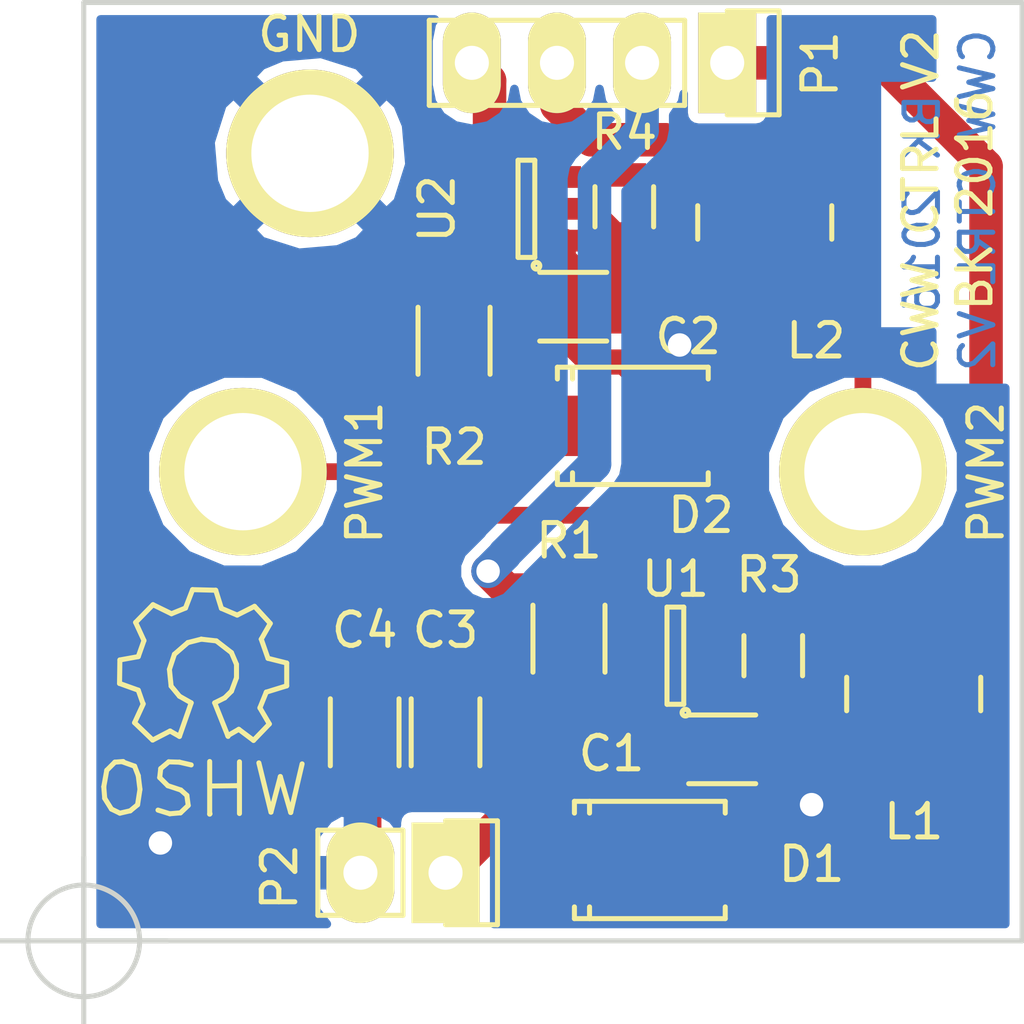
<source format=kicad_pcb>
(kicad_pcb (version 4) (host pcbnew 4.0.2-stable)

  (general
    (links 33)
    (no_connects 0)
    (area 139.924999 61.924999 168.075001 90.075001)
    (thickness 1.6)
    (drawings 8)
    (tracks 110)
    (zones 0)
    (modules 20)
    (nets 11)
  )

  (page A4)
  (layers
    (0 F.Cu signal)
    (31 B.Cu signal)
    (32 B.Adhes user)
    (33 F.Adhes user)
    (34 B.Paste user)
    (35 F.Paste user)
    (36 B.SilkS user)
    (37 F.SilkS user)
    (38 B.Mask user)
    (39 F.Mask user)
    (40 Dwgs.User user)
    (41 Cmts.User user)
    (42 Eco1.User user)
    (43 Eco2.User user)
    (44 Edge.Cuts user)
    (45 Margin user)
    (46 B.CrtYd user)
    (47 F.CrtYd user)
    (48 B.Fab user)
    (49 F.Fab user)
  )

  (setup
    (last_trace_width 0.25)
    (trace_clearance 0.2)
    (zone_clearance 0.3)
    (zone_45_only no)
    (trace_min 0.2)
    (segment_width 0.2)
    (edge_width 0.15)
    (via_size 0.6)
    (via_drill 0.4)
    (via_min_size 0.4)
    (via_min_drill 0.3)
    (uvia_size 0.3)
    (uvia_drill 0.1)
    (uvias_allowed no)
    (uvia_min_size 0.2)
    (uvia_min_drill 0.1)
    (pcb_text_width 0.3)
    (pcb_text_size 1.5 1.5)
    (mod_edge_width 0.15)
    (mod_text_size 1 1)
    (mod_text_width 0.15)
    (pad_size 3 1.7272)
    (pad_drill 1.016)
    (pad_to_mask_clearance 0)
    (aux_axis_origin 140 90)
    (grid_origin 140 90)
    (visible_elements 7FFEFF7F)
    (pcbplotparams
      (layerselection 0x000e8_80000001)
      (usegerberextensions false)
      (excludeedgelayer true)
      (linewidth 0.100000)
      (plotframeref false)
      (viasonmask false)
      (mode 1)
      (useauxorigin false)
      (hpglpennumber 1)
      (hpglpenspeed 20)
      (hpglpendiameter 15)
      (hpglpenoverlay 2)
      (psnegative false)
      (psa4output false)
      (plotreference true)
      (plotvalue false)
      (plotinvisibletext false)
      (padsonsilk false)
      (subtractmaskfromsilk false)
      (outputformat 1)
      (mirror false)
      (drillshape 0)
      (scaleselection 1)
      (outputdirectory Gerber/))
  )

  (net 0 "")
  (net 1 GND)
  (net 2 /VIN)
  (net 3 "Net-(D1-Pad2)")
  (net 4 "Net-(D2-Pad2)")
  (net 5 /OUT1_N)
  (net 6 /OUT1_P)
  (net 7 "Net-(R3-Pad1)")
  (net 8 "Net-(R4-Pad1)")
  (net 9 /OUT2_N)
  (net 10 /OUT2_P)

  (net_class Default "This is the default net class."
    (clearance 0.2)
    (trace_width 0.25)
    (via_dia 0.6)
    (via_drill 0.4)
    (uvia_dia 0.3)
    (uvia_drill 0.1)
    (add_net /OUT1_N)
    (add_net /OUT1_P)
    (add_net /OUT2_N)
    (add_net /OUT2_P)
    (add_net /VIN)
    (add_net GND)
    (add_net "Net-(D1-Pad2)")
    (add_net "Net-(D2-Pad2)")
    (add_net "Net-(R3-Pad1)")
    (add_net "Net-(R4-Pad1)")
  )

  (module BK_Common:IND_SMD_CD43 (layer F.Cu) (tedit 56DE70BF) (tstamp 56E19F65)
    (at 160.32 68.563 270)
    (path /56E199D5)
    (attr smd)
    (fp_text reference L2 (at 3.53 -1.524 360) (layer F.SilkS)
      (effects (font (size 1 1) (thickness 0.15)))
    )
    (fp_text value 47uH (at -0.153 -3.175 270) (layer F.Fab)
      (effects (font (size 1 1) (thickness 0.15)))
    )
    (fp_line (start -0.5 2) (end 0.5 2) (layer F.SilkS) (width 0.15))
    (fp_line (start -0.5 -2) (end 0.5 -2) (layer F.SilkS) (width 0.15))
    (pad 1 smd rect (at -1.625 0 270) (size 1.75 4.5) (layers F.Cu F.Paste F.Mask)
      (net 9 /OUT2_N))
    (pad 2 smd rect (at 1.625 0 270) (size 1.75 4.5) (layers F.Cu F.Paste F.Mask)
      (net 4 "Net-(D2-Pad2)"))
  )

  (module IND_SMD_CD43 (layer F.Cu) (tedit 56DE70BF) (tstamp 56E19F5D)
    (at 164.765 82.634 270)
    (path /56E1A9F0)
    (attr smd)
    (fp_text reference L1 (at 3.81 0 360) (layer F.SilkS)
      (effects (font (size 1 1) (thickness 0.15)))
    )
    (fp_text value 47uH (at -3.175 -1.016 360) (layer F.Fab)
      (effects (font (size 1 1) (thickness 0.15)))
    )
    (fp_line (start -0.5 2) (end 0.5 2) (layer F.SilkS) (width 0.15))
    (fp_line (start -0.5 -2) (end 0.5 -2) (layer F.SilkS) (width 0.15))
    (pad 1 smd rect (at -1.625 0 270) (size 1.75 4.5) (layers F.Cu F.Paste F.Mask)
      (net 5 /OUT1_N))
    (pad 2 smd rect (at 1.625 0 270) (size 1.75 4.5) (layers F.Cu F.Paste F.Mask)
      (net 3 "Net-(D1-Pad2)"))
  )

  (module Capacitors_SMD:C_1206 (layer F.Cu) (tedit 5415D7BD) (tstamp 56E19EF9)
    (at 159.05 84.285)
    (descr "Capacitor SMD 1206, reflow soldering, AVX (see smccp.pdf)")
    (tags "capacitor 1206")
    (path /56E1A9EA)
    (attr smd)
    (fp_text reference C1 (at -3.302 0.127 180) (layer F.SilkS)
      (effects (font (size 1 1) (thickness 0.15)))
    )
    (fp_text value "10uF 50V" (at 5.08 4.699) (layer F.Fab)
      (effects (font (size 1 1) (thickness 0.15)))
    )
    (fp_line (start -2.3 -1.15) (end 2.3 -1.15) (layer F.CrtYd) (width 0.05))
    (fp_line (start -2.3 1.15) (end 2.3 1.15) (layer F.CrtYd) (width 0.05))
    (fp_line (start -2.3 -1.15) (end -2.3 1.15) (layer F.CrtYd) (width 0.05))
    (fp_line (start 2.3 -1.15) (end 2.3 1.15) (layer F.CrtYd) (width 0.05))
    (fp_line (start 1 -1.025) (end -1 -1.025) (layer F.SilkS) (width 0.15))
    (fp_line (start -1 1.025) (end 1 1.025) (layer F.SilkS) (width 0.15))
    (pad 1 smd rect (at -1.5 0) (size 1 1.6) (layers F.Cu F.Paste F.Mask)
      (net 2 /VIN))
    (pad 2 smd rect (at 1.5 0) (size 1 1.6) (layers F.Cu F.Paste F.Mask)
      (net 1 GND))
    (model Capacitors_SMD.3dshapes/C_1206.wrl
      (at (xyz 0 0 0))
      (scale (xyz 1 1 1))
      (rotate (xyz 0 0 0))
    )
  )

  (module Capacitors_SMD:C_1206 (layer F.Cu) (tedit 5415D7BD) (tstamp 56E19F05)
    (at 154.605 71.077)
    (descr "Capacitor SMD 1206, reflow soldering, AVX (see smccp.pdf)")
    (tags "capacitor 1206")
    (path /56E19974)
    (attr smd)
    (fp_text reference C2 (at 3.429 0.889) (layer F.SilkS)
      (effects (font (size 1 1) (thickness 0.15)))
    )
    (fp_text value "10uF 50V" (at 1.778 1.778) (layer F.Fab)
      (effects (font (size 1 1) (thickness 0.15)))
    )
    (fp_line (start -2.3 -1.15) (end 2.3 -1.15) (layer F.CrtYd) (width 0.05))
    (fp_line (start -2.3 1.15) (end 2.3 1.15) (layer F.CrtYd) (width 0.05))
    (fp_line (start -2.3 -1.15) (end -2.3 1.15) (layer F.CrtYd) (width 0.05))
    (fp_line (start 2.3 -1.15) (end 2.3 1.15) (layer F.CrtYd) (width 0.05))
    (fp_line (start 1 -1.025) (end -1 -1.025) (layer F.SilkS) (width 0.15))
    (fp_line (start -1 1.025) (end 1 1.025) (layer F.SilkS) (width 0.15))
    (pad 1 smd rect (at -1.5 0) (size 1 1.6) (layers F.Cu F.Paste F.Mask)
      (net 2 /VIN))
    (pad 2 smd rect (at 1.5 0) (size 1 1.6) (layers F.Cu F.Paste F.Mask)
      (net 1 GND))
    (model Capacitors_SMD.3dshapes/C_1206.wrl
      (at (xyz 0 0 0))
      (scale (xyz 1 1 1))
      (rotate (xyz 0 0 0))
    )
  )

  (module Capacitors_SMD:C_1206 (layer F.Cu) (tedit 56E52CC3) (tstamp 56E19F11)
    (at 150.795 83.777 270)
    (descr "Capacitor SMD 1206, reflow soldering, AVX (see smccp.pdf)")
    (tags "capacitor 1206")
    (path /56E1A3D7)
    (attr smd)
    (fp_text reference C3 (at -3.048 0 360) (layer F.SilkS)
      (effects (font (size 1 1) (thickness 0.15)))
    )
    (fp_text value 10uF (at 1.524 -2.159 270) (layer F.Fab)
      (effects (font (size 1 1) (thickness 0.15)))
    )
    (fp_line (start -2.3 -1.15) (end 2.3 -1.15) (layer F.CrtYd) (width 0.05))
    (fp_line (start -2.3 1.15) (end 2.3 1.15) (layer F.CrtYd) (width 0.05))
    (fp_line (start -2.3 -1.15) (end -2.3 1.15) (layer F.CrtYd) (width 0.05))
    (fp_line (start 2.3 -1.15) (end 2.3 1.15) (layer F.CrtYd) (width 0.05))
    (fp_line (start 1 -1.025) (end -1 -1.025) (layer F.SilkS) (width 0.15))
    (fp_line (start -1 1.025) (end 1 1.025) (layer F.SilkS) (width 0.15))
    (pad 1 smd rect (at -1.5 0 270) (size 1 1.6) (layers F.Cu F.Paste F.Mask)
      (net 2 /VIN))
    (pad 2 smd rect (at 1.5 0 270) (size 1 1.6) (layers F.Cu F.Paste F.Mask)
      (net 1 GND))
    (model Capacitors_SMD.3dshapes/C_1206.wrl
      (at (xyz 0 0 0))
      (scale (xyz 1 1 1))
      (rotate (xyz 0 0 0))
    )
  )

  (module Capacitors_SMD:C_1206 (layer F.Cu) (tedit 56E52CCE) (tstamp 56E19F1D)
    (at 148.382 83.777 270)
    (descr "Capacitor SMD 1206, reflow soldering, AVX (see smccp.pdf)")
    (tags "capacitor 1206")
    (path /56E1A420)
    (attr smd)
    (fp_text reference C4 (at -3.048 0 360) (layer F.SilkS)
      (effects (font (size 1 1) (thickness 0.15)))
    )
    (fp_text value 10uF (at -0.254 1.778 270) (layer F.Fab)
      (effects (font (size 1 1) (thickness 0.15)))
    )
    (fp_line (start -2.3 -1.15) (end 2.3 -1.15) (layer F.CrtYd) (width 0.05))
    (fp_line (start -2.3 1.15) (end 2.3 1.15) (layer F.CrtYd) (width 0.05))
    (fp_line (start -2.3 -1.15) (end -2.3 1.15) (layer F.CrtYd) (width 0.05))
    (fp_line (start 2.3 -1.15) (end 2.3 1.15) (layer F.CrtYd) (width 0.05))
    (fp_line (start 1 -1.025) (end -1 -1.025) (layer F.SilkS) (width 0.15))
    (fp_line (start -1 1.025) (end 1 1.025) (layer F.SilkS) (width 0.15))
    (pad 1 smd rect (at -1.5 0 270) (size 1 1.6) (layers F.Cu F.Paste F.Mask)
      (net 2 /VIN))
    (pad 2 smd rect (at 1.5 0 270) (size 1 1.6) (layers F.Cu F.Paste F.Mask)
      (net 1 GND))
    (model Capacitors_SMD.3dshapes/C_1206.wrl
      (at (xyz 0 0 0))
      (scale (xyz 1 1 1))
      (rotate (xyz 0 0 0))
    )
  )

  (module Pin_Headers:Pin_Header_Straight_1x04 (layer F.Cu) (tedit 56E53153) (tstamp 56E19F78)
    (at 159.2 63.8 270)
    (descr "Through hole pin header")
    (tags "pin header")
    (path /56E1AB3A)
    (fp_text reference P1 (at 0.038 -2.771 270) (layer F.SilkS)
      (effects (font (size 1 1) (thickness 0.15)))
    )
    (fp_text value CONN_01X04 (at 0 -3.1 270) (layer F.Fab) hide
      (effects (font (size 1 1) (thickness 0.15)))
    )
    (fp_line (start -1.75 -1.75) (end -1.75 9.4) (layer F.CrtYd) (width 0.05))
    (fp_line (start 1.75 -1.75) (end 1.75 9.4) (layer F.CrtYd) (width 0.05))
    (fp_line (start -1.75 -1.75) (end 1.75 -1.75) (layer F.CrtYd) (width 0.05))
    (fp_line (start -1.75 9.4) (end 1.75 9.4) (layer F.CrtYd) (width 0.05))
    (fp_line (start -1.27 1.27) (end -1.27 8.89) (layer F.SilkS) (width 0.15))
    (fp_line (start 1.27 1.27) (end 1.27 8.89) (layer F.SilkS) (width 0.15))
    (fp_line (start 1.55 -1.55) (end 1.55 0) (layer F.SilkS) (width 0.15))
    (fp_line (start -1.27 8.89) (end 1.27 8.89) (layer F.SilkS) (width 0.15))
    (fp_line (start 1.27 1.27) (end -1.27 1.27) (layer F.SilkS) (width 0.15))
    (fp_line (start -1.55 0) (end -1.55 -1.55) (layer F.SilkS) (width 0.15))
    (fp_line (start -1.55 -1.55) (end 1.55 -1.55) (layer F.SilkS) (width 0.15))
    (pad 1 thru_hole rect (at 0 0 270) (size 3 1.7272) (drill 1.016) (layers *.Cu *.Mask F.SilkS)
      (net 5 /OUT1_N))
    (pad 2 thru_hole oval (at 0 2.54 270) (size 3 1.7272) (drill 1.016) (layers *.Cu *.Mask F.SilkS)
      (net 6 /OUT1_P))
    (pad 3 thru_hole oval (at 0 5.08 270) (size 3 1.7272) (drill 1.016) (layers *.Cu *.Mask F.SilkS)
      (net 9 /OUT2_N))
    (pad 4 thru_hole oval (at 0 7.62 270) (size 3 1.7272) (drill 1.016) (layers *.Cu *.Mask F.SilkS)
      (net 10 /OUT2_P))
    (model Pin_Headers.3dshapes/Pin_Header_Straight_1x04.wrl
      (at (xyz 0 -0.15 0))
      (scale (xyz 1 1 1))
      (rotate (xyz 0 0 90))
    )
  )

  (module Pin_Headers:Pin_Header_Straight_1x02 (layer F.Cu) (tedit 56E530F1) (tstamp 56E19F89)
    (at 150.795 87.968 270)
    (descr "Through hole pin header")
    (tags "pin header")
    (path /56E1AAAD)
    (fp_text reference P2 (at 0.127 4.953 270) (layer F.SilkS)
      (effects (font (size 1 1) (thickness 0.15)))
    )
    (fp_text value CONN_01X02 (at 0 -3.1 270) (layer F.Fab) hide
      (effects (font (size 1 1) (thickness 0.15)))
    )
    (fp_line (start 1.27 1.27) (end 1.27 3.81) (layer F.SilkS) (width 0.15))
    (fp_line (start 1.55 -1.55) (end 1.55 0) (layer F.SilkS) (width 0.15))
    (fp_line (start -1.75 -1.75) (end -1.75 4.3) (layer F.CrtYd) (width 0.05))
    (fp_line (start 1.75 -1.75) (end 1.75 4.3) (layer F.CrtYd) (width 0.05))
    (fp_line (start -1.75 -1.75) (end 1.75 -1.75) (layer F.CrtYd) (width 0.05))
    (fp_line (start -1.75 4.3) (end 1.75 4.3) (layer F.CrtYd) (width 0.05))
    (fp_line (start 1.27 1.27) (end -1.27 1.27) (layer F.SilkS) (width 0.15))
    (fp_line (start -1.55 0) (end -1.55 -1.55) (layer F.SilkS) (width 0.15))
    (fp_line (start -1.55 -1.55) (end 1.55 -1.55) (layer F.SilkS) (width 0.15))
    (fp_line (start -1.27 1.27) (end -1.27 3.81) (layer F.SilkS) (width 0.15))
    (fp_line (start -1.27 3.81) (end 1.27 3.81) (layer F.SilkS) (width 0.15))
    (pad 1 thru_hole rect (at 0 0 270) (size 3 2.032) (drill 1.016) (layers *.Cu *.Mask F.SilkS)
      (net 2 /VIN))
    (pad 2 thru_hole oval (at 0 2.54 270) (size 3 2.032) (drill 1.016) (layers *.Cu *.Mask F.SilkS)
      (net 1 GND))
    (model Pin_Headers.3dshapes/Pin_Header_Straight_1x02.wrl
      (at (xyz 0 -0.05 0))
      (scale (xyz 1 1 1))
      (rotate (xyz 0 0 90))
    )
  )

  (module Resistors_SMD:R_1206 (layer F.Cu) (tedit 5415CFA7) (tstamp 56E19F95)
    (at 154.478 80.983 270)
    (descr "Resistor SMD 1206, reflow soldering, Vishay (see dcrcw.pdf)")
    (tags "resistor 1206")
    (path /56E1AA08)
    (attr smd)
    (fp_text reference R1 (at -2.921 0 360) (layer F.SilkS)
      (effects (font (size 1 1) (thickness 0.15)))
    )
    (fp_text value 0R39 (at 0.254 1.778 270) (layer F.Fab)
      (effects (font (size 1 1) (thickness 0.15)))
    )
    (fp_line (start -2.2 -1.2) (end 2.2 -1.2) (layer F.CrtYd) (width 0.05))
    (fp_line (start -2.2 1.2) (end 2.2 1.2) (layer F.CrtYd) (width 0.05))
    (fp_line (start -2.2 -1.2) (end -2.2 1.2) (layer F.CrtYd) (width 0.05))
    (fp_line (start 2.2 -1.2) (end 2.2 1.2) (layer F.CrtYd) (width 0.05))
    (fp_line (start 1 1.075) (end -1 1.075) (layer F.SilkS) (width 0.15))
    (fp_line (start -1 -1.075) (end 1 -1.075) (layer F.SilkS) (width 0.15))
    (pad 1 smd rect (at -1.45 0 270) (size 0.9 1.7) (layers F.Cu F.Paste F.Mask)
      (net 6 /OUT1_P))
    (pad 2 smd rect (at 1.45 0 270) (size 0.9 1.7) (layers F.Cu F.Paste F.Mask)
      (net 2 /VIN))
    (model Resistors_SMD.3dshapes/R_1206.wrl
      (at (xyz 0 0 0))
      (scale (xyz 1 1 1))
      (rotate (xyz 0 0 0))
    )
  )

  (module Resistors_SMD:R_1206 (layer F.Cu) (tedit 5415CFA7) (tstamp 56E19FA1)
    (at 151.049 72.093 270)
    (descr "Resistor SMD 1206, reflow soldering, Vishay (see dcrcw.pdf)")
    (tags "resistor 1206")
    (path /56E19E06)
    (attr smd)
    (fp_text reference R2 (at 3.175 0 360) (layer F.SilkS)
      (effects (font (size 1 1) (thickness 0.15)))
    )
    (fp_text value 0R39 (at 0.254 1.905 270) (layer F.Fab)
      (effects (font (size 1 1) (thickness 0.15)))
    )
    (fp_line (start -2.2 -1.2) (end 2.2 -1.2) (layer F.CrtYd) (width 0.05))
    (fp_line (start -2.2 1.2) (end 2.2 1.2) (layer F.CrtYd) (width 0.05))
    (fp_line (start -2.2 -1.2) (end -2.2 1.2) (layer F.CrtYd) (width 0.05))
    (fp_line (start 2.2 -1.2) (end 2.2 1.2) (layer F.CrtYd) (width 0.05))
    (fp_line (start 1 1.075) (end -1 1.075) (layer F.SilkS) (width 0.15))
    (fp_line (start -1 -1.075) (end 1 -1.075) (layer F.SilkS) (width 0.15))
    (pad 1 smd rect (at -1.45 0 270) (size 0.9 1.7) (layers F.Cu F.Paste F.Mask)
      (net 10 /OUT2_P))
    (pad 2 smd rect (at 1.45 0 270) (size 0.9 1.7) (layers F.Cu F.Paste F.Mask)
      (net 2 /VIN))
    (model Resistors_SMD.3dshapes/R_1206.wrl
      (at (xyz 0 0 0))
      (scale (xyz 1 1 1))
      (rotate (xyz 0 0 0))
    )
  )

  (module Resistors_SMD:R_0805 (layer F.Cu) (tedit 5415CDEB) (tstamp 56E19FAD)
    (at 160.574 81.491 270)
    (descr "Resistor SMD 0805, reflow soldering, Vishay (see dcrcw.pdf)")
    (tags "resistor 0805")
    (path /56E1AA02)
    (attr smd)
    (fp_text reference R3 (at -2.413 0.127 360) (layer F.SilkS)
      (effects (font (size 1 1) (thickness 0.15)))
    )
    (fp_text value 10k (at 0 -1.27 270) (layer F.Fab)
      (effects (font (size 1 1) (thickness 0.15)))
    )
    (fp_line (start -1.6 -1) (end 1.6 -1) (layer F.CrtYd) (width 0.05))
    (fp_line (start -1.6 1) (end 1.6 1) (layer F.CrtYd) (width 0.05))
    (fp_line (start -1.6 -1) (end -1.6 1) (layer F.CrtYd) (width 0.05))
    (fp_line (start 1.6 -1) (end 1.6 1) (layer F.CrtYd) (width 0.05))
    (fp_line (start 0.6 0.875) (end -0.6 0.875) (layer F.SilkS) (width 0.15))
    (fp_line (start -0.6 -0.875) (end 0.6 -0.875) (layer F.SilkS) (width 0.15))
    (pad 1 smd rect (at -0.95 0 270) (size 0.7 1.3) (layers F.Cu F.Paste F.Mask)
      (net 7 "Net-(R3-Pad1)"))
    (pad 2 smd rect (at 0.95 0 270) (size 0.7 1.3) (layers F.Cu F.Paste F.Mask)
      (net 1 GND))
    (model Resistors_SMD.3dshapes/R_0805.wrl
      (at (xyz 0 0 0))
      (scale (xyz 1 1 1))
      (rotate (xyz 0 0 0))
    )
  )

  (module Resistors_SMD:R_0805 (layer F.Cu) (tedit 5415CDEB) (tstamp 56E19FB9)
    (at 156.129 68.095 270)
    (descr "Resistor SMD 0805, reflow soldering, Vishay (see dcrcw.pdf)")
    (tags "resistor 0805")
    (path /56E19D08)
    (attr smd)
    (fp_text reference R4 (at -2.225 0 360) (layer F.SilkS)
      (effects (font (size 1 1) (thickness 0.15)))
    )
    (fp_text value 10k (at 0 -1.397 270) (layer F.Fab)
      (effects (font (size 1 1) (thickness 0.15)))
    )
    (fp_line (start -1.6 -1) (end 1.6 -1) (layer F.CrtYd) (width 0.05))
    (fp_line (start -1.6 1) (end 1.6 1) (layer F.CrtYd) (width 0.05))
    (fp_line (start -1.6 -1) (end -1.6 1) (layer F.CrtYd) (width 0.05))
    (fp_line (start 1.6 -1) (end 1.6 1) (layer F.CrtYd) (width 0.05))
    (fp_line (start 0.6 0.875) (end -0.6 0.875) (layer F.SilkS) (width 0.15))
    (fp_line (start -0.6 -0.875) (end 0.6 -0.875) (layer F.SilkS) (width 0.15))
    (pad 1 smd rect (at -0.95 0 270) (size 0.7 1.3) (layers F.Cu F.Paste F.Mask)
      (net 8 "Net-(R4-Pad1)"))
    (pad 2 smd rect (at 0.95 0 270) (size 0.7 1.3) (layers F.Cu F.Paste F.Mask)
      (net 1 GND))
    (model Resistors_SMD.3dshapes/R_0805.wrl
      (at (xyz 0 0 0))
      (scale (xyz 1 1 1))
      (rotate (xyz 0 0 0))
    )
  )

  (module TO_SOT_Packages_SMD:SOT-23-5 (layer F.Cu) (tedit 55360473) (tstamp 56E19FCB)
    (at 157.653 81.491 180)
    (descr "5-pin SOT23 package")
    (tags SOT-23-5)
    (path /56E1A9E4)
    (attr smd)
    (fp_text reference U1 (at 0 2.286 180) (layer F.SilkS)
      (effects (font (size 1 1) (thickness 0.15)))
    )
    (fp_text value BP1360 (at 7.239 3.048 180) (layer F.Fab)
      (effects (font (size 1 1) (thickness 0.15)))
    )
    (fp_line (start -1.8 -1.6) (end 1.8 -1.6) (layer F.CrtYd) (width 0.05))
    (fp_line (start 1.8 -1.6) (end 1.8 1.6) (layer F.CrtYd) (width 0.05))
    (fp_line (start 1.8 1.6) (end -1.8 1.6) (layer F.CrtYd) (width 0.05))
    (fp_line (start -1.8 1.6) (end -1.8 -1.6) (layer F.CrtYd) (width 0.05))
    (fp_circle (center -0.3 -1.7) (end -0.2 -1.7) (layer F.SilkS) (width 0.15))
    (fp_line (start 0.25 -1.45) (end -0.25 -1.45) (layer F.SilkS) (width 0.15))
    (fp_line (start 0.25 1.45) (end 0.25 -1.45) (layer F.SilkS) (width 0.15))
    (fp_line (start -0.25 1.45) (end 0.25 1.45) (layer F.SilkS) (width 0.15))
    (fp_line (start -0.25 -1.45) (end -0.25 1.45) (layer F.SilkS) (width 0.15))
    (pad 1 smd rect (at -1.1 -0.95 180) (size 1.06 0.65) (layers F.Cu F.Paste F.Mask)
      (net 3 "Net-(D1-Pad2)"))
    (pad 2 smd rect (at -1.1 0 180) (size 1.06 0.65) (layers F.Cu F.Paste F.Mask)
      (net 1 GND))
    (pad 3 smd rect (at -1.1 0.95 180) (size 1.06 0.65) (layers F.Cu F.Paste F.Mask)
      (net 7 "Net-(R3-Pad1)"))
    (pad 4 smd rect (at 1.1 0.95 180) (size 1.06 0.65) (layers F.Cu F.Paste F.Mask)
      (net 6 /OUT1_P))
    (pad 5 smd rect (at 1.1 -0.95 180) (size 1.06 0.65) (layers F.Cu F.Paste F.Mask)
      (net 2 /VIN))
    (model TO_SOT_Packages_SMD.3dshapes/SOT-23-5.wrl
      (at (xyz 0 0 0))
      (scale (xyz 1 1 1))
      (rotate (xyz 0 0 0))
    )
  )

  (module TO_SOT_Packages_SMD:SOT-23-5 (layer F.Cu) (tedit 55360473) (tstamp 56E19FDD)
    (at 153.208 68.156 180)
    (descr "5-pin SOT23 package")
    (tags SOT-23-5)
    (path /56E198E4)
    (attr smd)
    (fp_text reference U2 (at 2.667 0 270) (layer F.SilkS)
      (effects (font (size 1 1) (thickness 0.15)))
    )
    (fp_text value BP1360 (at 0.762 2.286 180) (layer F.Fab)
      (effects (font (size 1 1) (thickness 0.15)))
    )
    (fp_line (start -1.8 -1.6) (end 1.8 -1.6) (layer F.CrtYd) (width 0.05))
    (fp_line (start 1.8 -1.6) (end 1.8 1.6) (layer F.CrtYd) (width 0.05))
    (fp_line (start 1.8 1.6) (end -1.8 1.6) (layer F.CrtYd) (width 0.05))
    (fp_line (start -1.8 1.6) (end -1.8 -1.6) (layer F.CrtYd) (width 0.05))
    (fp_circle (center -0.3 -1.7) (end -0.2 -1.7) (layer F.SilkS) (width 0.15))
    (fp_line (start 0.25 -1.45) (end -0.25 -1.45) (layer F.SilkS) (width 0.15))
    (fp_line (start 0.25 1.45) (end 0.25 -1.45) (layer F.SilkS) (width 0.15))
    (fp_line (start -0.25 1.45) (end 0.25 1.45) (layer F.SilkS) (width 0.15))
    (fp_line (start -0.25 -1.45) (end -0.25 1.45) (layer F.SilkS) (width 0.15))
    (pad 1 smd rect (at -1.1 -0.95 180) (size 1.06 0.65) (layers F.Cu F.Paste F.Mask)
      (net 4 "Net-(D2-Pad2)"))
    (pad 2 smd rect (at -1.1 0 180) (size 1.06 0.65) (layers F.Cu F.Paste F.Mask)
      (net 1 GND))
    (pad 3 smd rect (at -1.1 0.95 180) (size 1.06 0.65) (layers F.Cu F.Paste F.Mask)
      (net 8 "Net-(R4-Pad1)"))
    (pad 4 smd rect (at 1.1 0.95 180) (size 1.06 0.65) (layers F.Cu F.Paste F.Mask)
      (net 10 /OUT2_P))
    (pad 5 smd rect (at 1.1 -0.95 180) (size 1.06 0.65) (layers F.Cu F.Paste F.Mask)
      (net 2 /VIN))
    (model TO_SOT_Packages_SMD.3dshapes/SOT-23-5.wrl
      (at (xyz 0 0 0))
      (scale (xyz 1 1 1))
      (rotate (xyz 0 0 0))
    )
  )

  (module BK_Common:MountingHole_3.5mm_5mm_Pad (layer F.Cu) (tedit 56E52C5E) (tstamp 56E4E9DD)
    (at 144.75 76)
    (descr "Mounting Hole 3.5mm")
    (tags "mounting hole 3.5mm")
    (path /56E1A9FC)
    (fp_text reference PWM1 (at 3.632 0.03 90) (layer F.SilkS)
      (effects (font (size 1 1) (thickness 0.15)))
    )
    (fp_text value PWM1 (at 0 4.5) (layer F.Fab) hide
      (effects (font (size 1 1) (thickness 0.15)))
    )
    (fp_circle (center 0 0) (end 2.5 0) (layer Cmts.User) (width 0.15))
    (fp_circle (center 0 0) (end 2.75 0) (layer F.CrtYd) (width 0.05))
    (pad 1 thru_hole circle (at 0 0) (size 5 5) (drill 3.5) (layers *.Cu *.Mask F.SilkS)
      (net 7 "Net-(R3-Pad1)"))
  )

  (module BK_Common:MountingHole_3.5mm_5mm_Pad (layer F.Cu) (tedit 56E52C6E) (tstamp 56E4E9E3)
    (at 163.25 76)
    (descr "Mounting Hole 3.5mm")
    (tags "mounting hole 3.5mm")
    (path /56E19AD2)
    (fp_text reference PWM2 (at 3.674 0.03 90) (layer F.SilkS)
      (effects (font (size 1 1) (thickness 0.15)))
    )
    (fp_text value PWM2 (at 0 4.5) (layer F.Fab) hide
      (effects (font (size 1 1) (thickness 0.15)))
    )
    (fp_circle (center 0 0) (end 2.5 0) (layer Cmts.User) (width 0.15))
    (fp_circle (center 0 0) (end 2.75 0) (layer F.CrtYd) (width 0.05))
    (pad 1 thru_hole circle (at 0 0) (size 5 5) (drill 3.5) (layers *.Cu *.Mask F.SilkS)
      (net 8 "Net-(R4-Pad1)"))
  )

  (module BK_Common:MountingHole_3.5mm_5mm_Pad (layer F.Cu) (tedit 56E52C30) (tstamp 56E4E9E9)
    (at 146.75 66.5)
    (descr "Mounting Hole 3.5mm")
    (tags "mounting hole 3.5mm")
    (path /56E1A291)
    (fp_text reference GND (at -0.019 -3.551) (layer F.SilkS)
      (effects (font (size 1 1) (thickness 0.15)))
    )
    (fp_text value GND (at 0 4.5) (layer F.Fab) hide
      (effects (font (size 1 1) (thickness 0.15)))
    )
    (fp_circle (center 0 0) (end 2.5 0) (layer Cmts.User) (width 0.15))
    (fp_circle (center 0 0) (end 2.75 0) (layer F.CrtYd) (width 0.05))
    (pad 1 thru_hole circle (at 0 0) (size 5 5) (drill 3.5) (layers *.Cu *.Mask F.SilkS)
      (net 1 GND))
  )

  (module Diodes_SMD:SMA_Standard (layer F.Cu) (tedit 56E521FA) (tstamp 56E4ECCD)
    (at 156.891 87.587)
    (descr "Diode SMA")
    (tags "Diode SMA")
    (path /56E1A9F6)
    (attr smd)
    (fp_text reference D1 (at 4.826 0.127 180) (layer F.SilkS)
      (effects (font (size 1 1) (thickness 0.15)))
    )
    (fp_text value SS14 (at 5.334 -1.397) (layer F.Fab)
      (effects (font (size 1 1) (thickness 0.15)))
    )
    (fp_line (start -3.5 -2) (end 3.5 -2) (layer F.CrtYd) (width 0.05))
    (fp_line (start 3.5 -2) (end 3.5 2) (layer F.CrtYd) (width 0.05))
    (fp_line (start 3.5 2) (end -3.5 2) (layer F.CrtYd) (width 0.05))
    (fp_line (start -3.5 2) (end -3.5 -2) (layer F.CrtYd) (width 0.05))
    (fp_text user K (at -2.9 2.95) (layer F.SilkS) hide
      (effects (font (size 1 1) (thickness 0.15)))
    )
    (fp_text user A (at 2.9 2.9) (layer F.SilkS) hide
      (effects (font (size 1 1) (thickness 0.15)))
    )
    (fp_circle (center 0 0) (end 0.20066 -0.0508) (layer F.Adhes) (width 0.381))
    (fp_line (start -1.79914 1.75006) (end -1.79914 1.39954) (layer F.SilkS) (width 0.15))
    (fp_line (start -1.79914 -1.75006) (end -1.79914 -1.39954) (layer F.SilkS) (width 0.15))
    (fp_line (start 2.25044 1.75006) (end 2.25044 1.39954) (layer F.SilkS) (width 0.15))
    (fp_line (start -2.25044 1.75006) (end -2.25044 1.39954) (layer F.SilkS) (width 0.15))
    (fp_line (start -2.25044 -1.75006) (end -2.25044 -1.39954) (layer F.SilkS) (width 0.15))
    (fp_line (start 2.25044 -1.75006) (end 2.25044 -1.39954) (layer F.SilkS) (width 0.15))
    (fp_line (start -2.25044 1.75006) (end 2.25044 1.75006) (layer F.SilkS) (width 0.15))
    (fp_line (start -2.25044 -1.75006) (end 2.25044 -1.75006) (layer F.SilkS) (width 0.15))
    (pad 1 smd rect (at -1.99898 0) (size 2.49936 1.80086) (layers F.Cu F.Paste F.Mask)
      (net 2 /VIN))
    (pad 2 smd rect (at 1.99898 0) (size 2.49936 1.80086) (layers F.Cu F.Paste F.Mask)
      (net 3 "Net-(D1-Pad2)"))
    (model Diodes_SMD.3dshapes/SMA_Standard.wrl
      (at (xyz 0 0 0))
      (scale (xyz 0.3937 0.3937 0.3937))
      (rotate (xyz 0 0 180))
    )
  )

  (module Diodes_SMD:SMA_Standard (layer F.Cu) (tedit 56E52218) (tstamp 56E4ECE1)
    (at 156.383 74.633)
    (descr "Diode SMA")
    (tags "Diode SMA")
    (path /56E19A7D)
    (attr smd)
    (fp_text reference D2 (at 2.032 2.667 180) (layer F.SilkS)
      (effects (font (size 1 1) (thickness 0.15)))
    )
    (fp_text value SS14 (at -5.461 1.905) (layer F.Fab)
      (effects (font (size 1 1) (thickness 0.15)))
    )
    (fp_line (start -3.5 -2) (end 3.5 -2) (layer F.CrtYd) (width 0.05))
    (fp_line (start 3.5 -2) (end 3.5 2) (layer F.CrtYd) (width 0.05))
    (fp_line (start 3.5 2) (end -3.5 2) (layer F.CrtYd) (width 0.05))
    (fp_line (start -3.5 2) (end -3.5 -2) (layer F.CrtYd) (width 0.05))
    (fp_text user K (at -2.9 2.95) (layer F.SilkS) hide
      (effects (font (size 1 1) (thickness 0.15)))
    )
    (fp_text user A (at 2.9 2.9) (layer F.SilkS) hide
      (effects (font (size 1 1) (thickness 0.15)))
    )
    (fp_circle (center 0 0) (end 0.20066 -0.0508) (layer F.Adhes) (width 0.381))
    (fp_line (start -1.79914 1.75006) (end -1.79914 1.39954) (layer F.SilkS) (width 0.15))
    (fp_line (start -1.79914 -1.75006) (end -1.79914 -1.39954) (layer F.SilkS) (width 0.15))
    (fp_line (start 2.25044 1.75006) (end 2.25044 1.39954) (layer F.SilkS) (width 0.15))
    (fp_line (start -2.25044 1.75006) (end -2.25044 1.39954) (layer F.SilkS) (width 0.15))
    (fp_line (start -2.25044 -1.75006) (end -2.25044 -1.39954) (layer F.SilkS) (width 0.15))
    (fp_line (start 2.25044 -1.75006) (end 2.25044 -1.39954) (layer F.SilkS) (width 0.15))
    (fp_line (start -2.25044 1.75006) (end 2.25044 1.75006) (layer F.SilkS) (width 0.15))
    (fp_line (start -2.25044 -1.75006) (end 2.25044 -1.75006) (layer F.SilkS) (width 0.15))
    (pad 1 smd rect (at -1.99898 0) (size 2.49936 1.80086) (layers F.Cu F.Paste F.Mask)
      (net 2 /VIN))
    (pad 2 smd rect (at 1.99898 0) (size 2.49936 1.80086) (layers F.Cu F.Paste F.Mask)
      (net 4 "Net-(D2-Pad2)"))
    (model Diodes_SMD.3dshapes/SMA_Standard.wrl
      (at (xyz 0 0 0))
      (scale (xyz 0.3937 0.3937 0.3937))
      (rotate (xyz 0 0 180))
    )
  )

  (module Symbols:Symbol_OSHW-Logo_SilkScreen (layer F.Cu) (tedit 56E52C64) (tstamp 56E523E1)
    (at 143.556 81.999)
    (descr "Symbol, OSHW-Logo, Silk Screen,")
    (tags "Symbol, OSHW-Logo, Silk Screen,")
    (fp_text reference REF** (at 0.09906 -4.38912) (layer F.SilkS) hide
      (effects (font (size 1 1) (thickness 0.15)))
    )
    (fp_text value Symbol_OSHW-Logo_SilkScreen (at 0.30988 6.56082) (layer F.Fab) hide
      (effects (font (size 1 1) (thickness 0.15)))
    )
    (fp_line (start 1.66878 2.68986) (end 2.02946 4.16052) (layer F.SilkS) (width 0.15))
    (fp_line (start 2.02946 4.16052) (end 2.30886 3.0988) (layer F.SilkS) (width 0.15))
    (fp_line (start 2.30886 3.0988) (end 2.61874 4.17068) (layer F.SilkS) (width 0.15))
    (fp_line (start 2.61874 4.17068) (end 2.9591 2.72034) (layer F.SilkS) (width 0.15))
    (fp_line (start 0.24892 3.38074) (end 1.03886 3.37058) (layer F.SilkS) (width 0.15))
    (fp_line (start 1.03886 3.37058) (end 1.04902 3.38074) (layer F.SilkS) (width 0.15))
    (fp_line (start 1.04902 3.38074) (end 1.04902 3.37058) (layer F.SilkS) (width 0.15))
    (fp_line (start 1.08966 2.65938) (end 1.08966 4.20116) (layer F.SilkS) (width 0.15))
    (fp_line (start 0.20066 2.64922) (end 0.20066 4.21894) (layer F.SilkS) (width 0.15))
    (fp_line (start 0.20066 4.21894) (end 0.21082 4.20878) (layer F.SilkS) (width 0.15))
    (fp_line (start -0.35052 2.75082) (end -0.70104 2.66954) (layer F.SilkS) (width 0.15))
    (fp_line (start -0.70104 2.66954) (end -1.02108 2.65938) (layer F.SilkS) (width 0.15))
    (fp_line (start -1.02108 2.65938) (end -1.25984 2.86004) (layer F.SilkS) (width 0.15))
    (fp_line (start -1.25984 2.86004) (end -1.29032 3.12928) (layer F.SilkS) (width 0.15))
    (fp_line (start -1.29032 3.12928) (end -1.04902 3.37058) (layer F.SilkS) (width 0.15))
    (fp_line (start -1.04902 3.37058) (end -0.6604 3.50012) (layer F.SilkS) (width 0.15))
    (fp_line (start -0.6604 3.50012) (end -0.48006 3.66014) (layer F.SilkS) (width 0.15))
    (fp_line (start -0.48006 3.66014) (end -0.43942 3.95986) (layer F.SilkS) (width 0.15))
    (fp_line (start -0.43942 3.95986) (end -0.67056 4.18084) (layer F.SilkS) (width 0.15))
    (fp_line (start -0.67056 4.18084) (end -0.9906 4.20878) (layer F.SilkS) (width 0.15))
    (fp_line (start -0.9906 4.20878) (end -1.34112 4.09956) (layer F.SilkS) (width 0.15))
    (fp_line (start -2.37998 2.64922) (end -2.6289 2.66954) (layer F.SilkS) (width 0.15))
    (fp_line (start -2.6289 2.66954) (end -2.8702 2.91084) (layer F.SilkS) (width 0.15))
    (fp_line (start -2.8702 2.91084) (end -2.9591 3.40106) (layer F.SilkS) (width 0.15))
    (fp_line (start -2.9591 3.40106) (end -2.93116 3.74904) (layer F.SilkS) (width 0.15))
    (fp_line (start -2.93116 3.74904) (end -2.7305 4.06908) (layer F.SilkS) (width 0.15))
    (fp_line (start -2.7305 4.06908) (end -2.47904 4.191) (layer F.SilkS) (width 0.15))
    (fp_line (start -2.47904 4.191) (end -2.16916 4.11988) (layer F.SilkS) (width 0.15))
    (fp_line (start -2.16916 4.11988) (end -1.95072 3.93954) (layer F.SilkS) (width 0.15))
    (fp_line (start -1.95072 3.93954) (end -1.8796 3.4798) (layer F.SilkS) (width 0.15))
    (fp_line (start -1.8796 3.4798) (end -1.9304 3.07086) (layer F.SilkS) (width 0.15))
    (fp_line (start -1.9304 3.07086) (end -2.03962 2.78892) (layer F.SilkS) (width 0.15))
    (fp_line (start -2.03962 2.78892) (end -2.4003 2.65938) (layer F.SilkS) (width 0.15))
    (fp_line (start -1.78054 0.92964) (end -2.03962 1.49098) (layer F.SilkS) (width 0.15))
    (fp_line (start -2.03962 1.49098) (end -1.50114 2.00914) (layer F.SilkS) (width 0.15))
    (fp_line (start -1.50114 2.00914) (end -0.98044 1.7399) (layer F.SilkS) (width 0.15))
    (fp_line (start -0.98044 1.7399) (end -0.70104 1.89992) (layer F.SilkS) (width 0.15))
    (fp_line (start 0.73914 1.8796) (end 1.06934 1.6891) (layer F.SilkS) (width 0.15))
    (fp_line (start 1.06934 1.6891) (end 1.50876 2.0193) (layer F.SilkS) (width 0.15))
    (fp_line (start 1.50876 2.0193) (end 1.9812 1.52908) (layer F.SilkS) (width 0.15))
    (fp_line (start 1.9812 1.52908) (end 1.69926 1.04902) (layer F.SilkS) (width 0.15))
    (fp_line (start 1.69926 1.04902) (end 1.88976 0.57912) (layer F.SilkS) (width 0.15))
    (fp_line (start 1.88976 0.57912) (end 2.49936 0.39116) (layer F.SilkS) (width 0.15))
    (fp_line (start 2.49936 0.39116) (end 2.49936 -0.28956) (layer F.SilkS) (width 0.15))
    (fp_line (start 2.49936 -0.28956) (end 1.94056 -0.42926) (layer F.SilkS) (width 0.15))
    (fp_line (start 1.94056 -0.42926) (end 1.7399 -1.00076) (layer F.SilkS) (width 0.15))
    (fp_line (start 1.7399 -1.00076) (end 2.00914 -1.47066) (layer F.SilkS) (width 0.15))
    (fp_line (start 2.00914 -1.47066) (end 1.53924 -1.9812) (layer F.SilkS) (width 0.15))
    (fp_line (start 1.53924 -1.9812) (end 1.02108 -1.71958) (layer F.SilkS) (width 0.15))
    (fp_line (start 1.02108 -1.71958) (end 0.55118 -1.92024) (layer F.SilkS) (width 0.15))
    (fp_line (start 0.55118 -1.92024) (end 0.381 -2.46126) (layer F.SilkS) (width 0.15))
    (fp_line (start 0.381 -2.46126) (end -0.30988 -2.47904) (layer F.SilkS) (width 0.15))
    (fp_line (start -0.30988 -2.47904) (end -0.5207 -1.9304) (layer F.SilkS) (width 0.15))
    (fp_line (start -0.5207 -1.9304) (end -0.9398 -1.76022) (layer F.SilkS) (width 0.15))
    (fp_line (start -0.9398 -1.76022) (end -1.49098 -2.02946) (layer F.SilkS) (width 0.15))
    (fp_line (start -1.49098 -2.02946) (end -2.00914 -1.50114) (layer F.SilkS) (width 0.15))
    (fp_line (start -2.00914 -1.50114) (end -1.76022 -0.96012) (layer F.SilkS) (width 0.15))
    (fp_line (start -1.76022 -0.96012) (end -1.9304 -0.48006) (layer F.SilkS) (width 0.15))
    (fp_line (start -1.9304 -0.48006) (end -2.47904 -0.381) (layer F.SilkS) (width 0.15))
    (fp_line (start -2.47904 -0.381) (end -2.4892 0.32004) (layer F.SilkS) (width 0.15))
    (fp_line (start -2.4892 0.32004) (end -1.9304 0.5207) (layer F.SilkS) (width 0.15))
    (fp_line (start -1.9304 0.5207) (end -1.7907 0.91948) (layer F.SilkS) (width 0.15))
    (fp_line (start 0.35052 0.89916) (end 0.65024 0.7493) (layer F.SilkS) (width 0.15))
    (fp_line (start 0.65024 0.7493) (end 0.8509 0.55118) (layer F.SilkS) (width 0.15))
    (fp_line (start 0.8509 0.55118) (end 1.00076 0.14986) (layer F.SilkS) (width 0.15))
    (fp_line (start 1.00076 0.14986) (end 1.00076 -0.24892) (layer F.SilkS) (width 0.15))
    (fp_line (start 1.00076 -0.24892) (end 0.8509 -0.59944) (layer F.SilkS) (width 0.15))
    (fp_line (start 0.8509 -0.59944) (end 0.39878 -0.94996) (layer F.SilkS) (width 0.15))
    (fp_line (start 0.39878 -0.94996) (end -0.0508 -1.00076) (layer F.SilkS) (width 0.15))
    (fp_line (start -0.0508 -1.00076) (end -0.44958 -0.89916) (layer F.SilkS) (width 0.15))
    (fp_line (start -0.44958 -0.89916) (end -0.8509 -0.55118) (layer F.SilkS) (width 0.15))
    (fp_line (start -0.8509 -0.55118) (end -1.00076 -0.09906) (layer F.SilkS) (width 0.15))
    (fp_line (start -1.00076 -0.09906) (end -0.94996 0.39878) (layer F.SilkS) (width 0.15))
    (fp_line (start -0.94996 0.39878) (end -0.70104 0.70104) (layer F.SilkS) (width 0.15))
    (fp_line (start -0.70104 0.70104) (end -0.35052 0.89916) (layer F.SilkS) (width 0.15))
    (fp_line (start -0.35052 0.89916) (end -0.70104 1.89992) (layer F.SilkS) (width 0.15))
    (fp_line (start 0.35052 0.89916) (end 0.7493 1.89992) (layer F.SilkS) (width 0.15))
  )

  (gr_text "CWW CTRL V2\nBK 2016" (at 165.781 67.902 90) (layer F.SilkS)
    (effects (font (size 1 1) (thickness 0.15)))
  )
  (gr_text "CWW CTRL V2" (at 166.67 67.902 90) (layer B.Cu)
    (effects (font (size 1 1) (thickness 0.15)) (justify mirror))
  )
  (gr_text "BK 2016" (at 165.019 68.029 90) (layer B.Cu)
    (effects (font (size 1 1) (thickness 0.15)) (justify mirror))
  )
  (target plus (at 140 90) (size 5) (width 0.15) (layer Edge.Cuts))
  (gr_line (start 140 62) (end 140 90) (layer Edge.Cuts) (width 0.15))
  (gr_line (start 168 62) (end 140 62) (layer Edge.Cuts) (width 0.15))
  (gr_line (start 168 90) (end 168 62) (layer Edge.Cuts) (width 0.15))
  (gr_line (start 140 90) (end 168 90) (layer Edge.Cuts) (width 0.15))

  (segment (start 143.175 87.968) (end 148.255 87.968) (width 1) (layer F.Cu) (net 1))
  (via (at 142.286 87.079) (size 1) (drill 0.7) (layers F.Cu B.Cu) (net 1))
  (segment (start 143.175 87.968) (end 142.286 87.079) (width 1) (layer F.Cu) (net 1))
  (segment (start 148.382 85.277) (end 148.382 87.841) (width 1) (layer F.Cu) (net 1))
  (segment (start 148.382 87.841) (end 148.255 87.968) (width 1) (layer F.Cu) (net 1))
  (segment (start 150.795 85.277) (end 148.382 85.277) (width 1) (layer F.Cu) (net 1))
  (via (at 161.717 85.936) (size 1) (drill 0.7) (layers F.Cu B.Cu) (net 1))
  (segment (start 160.55 84.769) (end 161.717 85.936) (width 1) (layer F.Cu) (net 1))
  (segment (start 160.55 84.285) (end 160.55 84.769) (width 1) (layer F.Cu) (net 1))
  (segment (start 158.753 81.491) (end 159.624 81.491) (width 0.5) (layer F.Cu) (net 1))
  (segment (start 159.624 81.491) (end 160.574 82.441) (width 0.5) (layer F.Cu) (net 1))
  (segment (start 160.574 82.441) (end 160.574 84.261) (width 1) (layer F.Cu) (net 1))
  (segment (start 160.574 84.261) (end 160.55 84.285) (width 1) (layer F.Cu) (net 1))
  (via (at 157.78 72.22) (size 1) (drill 0.7) (layers F.Cu B.Cu) (net 1))
  (segment (start 156.637 71.077) (end 157.78 72.22) (width 1) (layer F.Cu) (net 1))
  (segment (start 156.105 71.077) (end 156.637 71.077) (width 1) (layer F.Cu) (net 1))
  (segment (start 156.129 69.045) (end 156.129 71.053) (width 1) (layer F.Cu) (net 1))
  (segment (start 156.129 71.053) (end 156.105 71.077) (width 1) (layer F.Cu) (net 1))
  (segment (start 154.308 68.156) (end 155.24 68.156) (width 0.5) (layer F.Cu) (net 1))
  (segment (start 155.24 68.156) (end 156.129 69.045) (width 0.5) (layer F.Cu) (net 1))
  (segment (start 154.478 82.433) (end 150.951 82.433) (width 1) (layer F.Cu) (net 2))
  (segment (start 150.951 82.433) (end 150.795 82.277) (width 1) (layer F.Cu) (net 2))
  (segment (start 148.382 82.277) (end 144.977 82.277) (width 1) (layer F.Cu) (net 2))
  (segment (start 144.977 82.277) (end 141.143 78.443) (width 1) (layer F.Cu) (net 2))
  (segment (start 146.604 72.22) (end 147.927 73.543) (width 1) (layer F.Cu) (net 2))
  (segment (start 147.927 73.543) (end 151.049 73.543) (width 1) (layer F.Cu) (net 2))
  (segment (start 142.54 72.22) (end 146.604 72.22) (width 1) (layer F.Cu) (net 2))
  (segment (start 141.143 73.617) (end 142.54 72.22) (width 1) (layer F.Cu) (net 2))
  (segment (start 141.143 78.443) (end 141.143 73.617) (width 1) (layer F.Cu) (net 2))
  (segment (start 148.382 82.277) (end 148.082 82.277) (width 1) (layer F.Cu) (net 2))
  (segment (start 148.082 82.277) (end 148.058 82.253) (width 1) (layer F.Cu) (net 2))
  (segment (start 154.322 82.277) (end 154.478 82.433) (width 1) (layer F.Cu) (net 2))
  (segment (start 150.795 87.968) (end 150.922 87.968) (width 1) (layer F.Cu) (net 2))
  (segment (start 150.922 87.968) (end 152.595 86.295) (width 1) (layer F.Cu) (net 2))
  (segment (start 152.595 86.295) (end 152.595 83.777) (width 1) (layer F.Cu) (net 2))
  (segment (start 152.595 83.777) (end 151.095 82.277) (width 1) (layer F.Cu) (net 2))
  (segment (start 151.095 82.277) (end 150.795 82.277) (width 1) (layer F.Cu) (net 2))
  (segment (start 148.382 82.277) (end 150.795 82.277) (width 1) (layer F.Cu) (net 2))
  (segment (start 156.553 82.441) (end 154.486 82.441) (width 1) (layer F.Cu) (net 2))
  (segment (start 154.486 82.441) (end 154.478 82.433) (width 1) (layer F.Cu) (net 2))
  (segment (start 157.55 84.285) (end 157.55 83.438) (width 1) (layer F.Cu) (net 2))
  (segment (start 157.55 83.438) (end 156.553 82.441) (width 1) (layer F.Cu) (net 2))
  (segment (start 156.29359 84.285) (end 157.55 84.285) (width 1) (layer F.Cu) (net 2))
  (segment (start 154.89202 87.587) (end 154.89202 85.68657) (width 1) (layer F.Cu) (net 2))
  (segment (start 154.89202 85.68657) (end 156.29359 84.285) (width 1) (layer F.Cu) (net 2))
  (segment (start 151.049 73.543) (end 153.04002 73.543) (width 1) (layer F.Cu) (net 2))
  (segment (start 153.04002 73.543) (end 153.74902 74.252) (width 1) (layer F.Cu) (net 2))
  (segment (start 153.105 71.077) (end 153.105 73.60798) (width 1) (layer F.Cu) (net 2))
  (segment (start 153.105 73.60798) (end 153.74902 74.252) (width 1) (layer F.Cu) (net 2))
  (segment (start 152.108 69.106) (end 153.105 70.103) (width 1) (layer F.Cu) (net 2))
  (segment (start 153.105 70.103) (end 153.105 71.077) (width 1) (layer F.Cu) (net 2))
  (segment (start 158.88998 87.587) (end 163.312 87.587) (width 1) (layer F.Cu) (net 3))
  (segment (start 163.312 87.587) (end 164.765 86.134) (width 1) (layer F.Cu) (net 3))
  (segment (start 164.765 86.134) (end 164.765 84.259) (width 1) (layer F.Cu) (net 3))
  (segment (start 158.88998 83.10898) (end 158.88998 87.587) (width 0.75) (layer F.Cu) (net 3))
  (segment (start 158.753 82.972) (end 158.88998 83.10898) (width 0.75) (layer F.Cu) (net 3))
  (segment (start 158.753 82.441) (end 158.753 82.972) (width 0.75) (layer F.Cu) (net 3))
  (segment (start 156.12773 72.728) (end 158.03273 74.633) (width 0.75) (layer F.Cu) (net 4))
  (segment (start 158.03273 74.633) (end 158.38198 74.633) (width 0.75) (layer F.Cu) (net 4))
  (segment (start 155.113 72.728) (end 156.12773 72.728) (width 0.75) (layer F.Cu) (net 4))
  (segment (start 154.605 72.22) (end 155.113 72.728) (width 0.75) (layer F.Cu) (net 4))
  (segment (start 154.605 69.934) (end 154.605 72.22) (width 0.75) (layer F.Cu) (net 4))
  (segment (start 154.308 69.637) (end 154.605 69.934) (width 0.75) (layer F.Cu) (net 4))
  (segment (start 154.308 69.106) (end 154.308 69.637) (width 0.75) (layer F.Cu) (net 4))
  (segment (start 158.38198 74.633) (end 160.32 72.69498) (width 2) (layer F.Cu) (net 4))
  (segment (start 160.32 72.69498) (end 160.32 70.188) (width 2) (layer F.Cu) (net 4))
  (segment (start 164.765 81.009) (end 164.993 81.009) (width 1) (layer F.Cu) (net 5))
  (segment (start 164.993 81.009) (end 166.924 79.078) (width 1) (layer F.Cu) (net 5))
  (segment (start 166.924 79.078) (end 166.924 66.886) (width 1) (layer F.Cu) (net 5))
  (segment (start 166.924 66.886) (end 163.838 63.8) (width 1) (layer F.Cu) (net 5))
  (segment (start 163.838 63.8) (end 159.2 63.8) (width 1) (layer F.Cu) (net 5))
  (segment (start 155.24 75.776) (end 155.24 67.236) (width 1) (layer B.Cu) (net 6))
  (segment (start 155.24 67.236) (end 156.66 65.816) (width 1) (layer B.Cu) (net 6))
  (segment (start 156.66 65.816) (end 156.66 63.8) (width 1) (layer B.Cu) (net 6))
  (segment (start 152.564999 78.451001) (end 155.24 75.776) (width 1) (layer B.Cu) (net 6))
  (segment (start 152.065 78.97) (end 152.564999 78.470001) (width 1) (layer B.Cu) (net 6))
  (segment (start 152.564999 78.470001) (end 152.564999 78.451001) (width 1) (layer B.Cu) (net 6))
  (via (at 152.065 78.97) (size 1) (drill 0.7) (layers F.Cu B.Cu) (net 6))
  (segment (start 154.478 79.533) (end 152.628 79.533) (width 1) (layer F.Cu) (net 6))
  (segment (start 152.628 79.533) (end 152.065 78.97) (width 1) (layer F.Cu) (net 6))
  (segment (start 156.553 80.541) (end 156.553 79.758) (width 1) (layer F.Cu) (net 6))
  (segment (start 156.553 79.758) (end 156.328 79.533) (width 1) (layer F.Cu) (net 6))
  (segment (start 156.328 79.533) (end 154.478 79.533) (width 1) (layer F.Cu) (net 6))
  (segment (start 150.668 77.3) (end 149.368 76) (width 0.5) (layer F.Cu) (net 7))
  (segment (start 149.368 76) (end 144.75 76) (width 0.5) (layer F.Cu) (net 7))
  (segment (start 156.337 77.3) (end 150.668 77.3) (width 0.5) (layer F.Cu) (net 7))
  (segment (start 158.753 80.541) (end 158.753 79.716) (width 0.5) (layer F.Cu) (net 7))
  (segment (start 158.753 79.716) (end 156.337 77.3) (width 0.5) (layer F.Cu) (net 7))
  (segment (start 160.574 80.541) (end 158.753 80.541) (width 0.5) (layer F.Cu) (net 7))
  (segment (start 162.606 68.537) (end 163.25 69.181) (width 0.5) (layer F.Cu) (net 8))
  (segment (start 163.25 69.181) (end 163.25 76) (width 0.5) (layer F.Cu) (net 8))
  (segment (start 157.821 68.537) (end 162.606 68.537) (width 0.5) (layer F.Cu) (net 8))
  (segment (start 156.429 67.145) (end 157.821 68.537) (width 0.5) (layer F.Cu) (net 8))
  (segment (start 156.429 67.145) (end 156.129 67.145) (width 0.25) (layer F.Cu) (net 8))
  (segment (start 156.129 67.145) (end 154.369 67.145) (width 0.25) (layer F.Cu) (net 8))
  (segment (start 154.369 67.145) (end 154.308 67.206) (width 0.25) (layer F.Cu) (net 8))
  (segment (start 157.339001 66.094999) (end 155.142001 66.094999) (width 1) (layer F.Cu) (net 9))
  (segment (start 155.142001 66.094999) (end 154.12 65.072998) (width 1) (layer F.Cu) (net 9))
  (segment (start 154.12 65.072998) (end 154.12 63.8) (width 1) (layer F.Cu) (net 9))
  (segment (start 160.32 66.938) (end 158.182002 66.938) (width 1) (layer F.Cu) (net 9))
  (segment (start 158.182002 66.938) (end 157.339001 66.094999) (width 1) (layer F.Cu) (net 9))
  (segment (start 160.32 66.938) (end 160.014 66.632) (width 1) (layer F.Cu) (net 9))
  (segment (start 152.108 67.206) (end 152.108 64.328) (width 1) (layer F.Cu) (net 10))
  (segment (start 152.108 64.328) (end 151.58 63.8) (width 1) (layer F.Cu) (net 10))
  (segment (start 151.049 70.643) (end 150.649 70.643) (width 1) (layer F.Cu) (net 10))
  (segment (start 150.649 70.643) (end 150.287 70.281) (width 1) (layer F.Cu) (net 10))
  (segment (start 150.287 70.281) (end 150.287 68.029) (width 1) (layer F.Cu) (net 10))
  (segment (start 150.287 68.029) (end 151.11 67.206) (width 1) (layer F.Cu) (net 10))
  (segment (start 151.11 67.206) (end 152.108 67.206) (width 1) (layer F.Cu) (net 10))
  (segment (start 151.843 64.063) (end 151.58 63.8) (width 1) (layer F.Cu) (net 10))

  (zone (net 1) (net_name GND) (layer B.Cu) (tstamp 0) (hatch edge 0.508)
    (connect_pads thru_hole_only (clearance 0.3))
    (min_thickness 0.254)
    (fill yes (arc_segments 16) (thermal_gap 0.3) (thermal_bridge_width 1))
    (polygon
      (pts
        (xy 140 62.06) (xy 168.067 62.06) (xy 167.94 90) (xy 140 90)
      )
    )
    (filled_polygon
      (pts
        (xy 150.387641 62.631957) (xy 150.2894 63.125848) (xy 150.2894 64.474152) (xy 150.387641 64.968043) (xy 150.667408 65.386744)
        (xy 151.086109 65.666511) (xy 151.58 65.764752) (xy 152.073891 65.666511) (xy 152.492592 65.386744) (xy 152.772359 64.968043)
        (xy 152.85 64.577715) (xy 152.927641 64.968043) (xy 153.207408 65.386744) (xy 153.626109 65.666511) (xy 154.12 65.764752)
        (xy 154.613891 65.666511) (xy 155.032592 65.386744) (xy 155.312359 64.968043) (xy 155.39 64.577715) (xy 155.467641 64.968043)
        (xy 155.733 65.365181) (xy 155.733 65.432024) (xy 154.584512 66.580512) (xy 154.383564 66.881252) (xy 154.313 67.236)
        (xy 154.313 75.392024) (xy 151.909511 77.795513) (xy 151.871251 77.852773) (xy 151.409798 78.314226) (xy 151.279586 78.444211)
        (xy 151.138161 78.784799) (xy 151.137839 79.153583) (xy 151.278669 79.494417) (xy 151.539211 79.755414) (xy 151.879799 79.896839)
        (xy 152.248583 79.897161) (xy 152.589417 79.756331) (xy 152.850414 79.495789) (xy 152.850575 79.495401) (xy 153.220487 79.125489)
        (xy 153.258746 79.06823) (xy 155.747314 76.579662) (xy 160.322493 76.579662) (xy 160.767164 77.655846) (xy 161.589823 78.479943)
        (xy 162.665229 78.92649) (xy 163.829662 78.927507) (xy 164.905846 78.482836) (xy 165.729943 77.660177) (xy 166.17649 76.584771)
        (xy 166.177507 75.420338) (xy 165.732836 74.344154) (xy 164.910177 73.520057) (xy 163.834771 73.07351) (xy 162.670338 73.072493)
        (xy 161.594154 73.517164) (xy 160.770057 74.339823) (xy 160.32351 75.415229) (xy 160.322493 76.579662) (xy 155.747314 76.579662)
        (xy 155.895488 76.431488) (xy 156.096437 76.130747) (xy 156.167 75.776) (xy 156.167 67.619976) (xy 157.315488 66.471488)
        (xy 157.516436 66.170748) (xy 157.587 65.816) (xy 157.587 65.365181) (xy 157.852359 64.968043) (xy 157.901035 64.723332)
        (xy 157.901035 65.3) (xy 157.930809 65.458237) (xy 158.024327 65.603567) (xy 158.167019 65.701064) (xy 158.3364 65.735365)
        (xy 160.0636 65.735365) (xy 160.221837 65.705591) (xy 160.367167 65.612073) (xy 160.464664 65.469381) (xy 160.498965 65.3)
        (xy 160.498965 62.502) (xy 165.318 62.502) (xy 165.318 64.241285) (xy 163.667 64.241285) (xy 163.667 71.816714)
        (xy 165.318 71.816714) (xy 165.318 73.499238) (xy 167.498 73.499238) (xy 167.498 89.498) (xy 152.24029 89.498)
        (xy 152.246365 89.468) (xy 152.246365 86.468) (xy 152.216591 86.309763) (xy 152.123073 86.164433) (xy 151.980381 86.066936)
        (xy 151.811 86.032635) (xy 149.779 86.032635) (xy 149.620763 86.062409) (xy 149.475433 86.155927) (xy 149.377936 86.298619)
        (xy 149.343635 86.468) (xy 149.343635 86.549832) (xy 149.201361 86.37029) (xy 148.841471 86.165554) (xy 148.628 86.200865)
        (xy 148.628 87.595) (xy 148.648 87.595) (xy 148.648 88.341) (xy 148.628 88.341) (xy 148.628 88.361)
        (xy 147.882 88.361) (xy 147.882 88.341) (xy 146.904483 88.341) (xy 146.79831 88.570333) (xy 146.954478 89.118777)
        (xy 147.254984 89.498) (xy 140.502 89.498) (xy 140.502 87.365667) (xy 146.79831 87.365667) (xy 146.904483 87.595)
        (xy 147.882 87.595) (xy 147.882 86.200865) (xy 147.668529 86.165554) (xy 147.308639 86.37029) (xy 146.954478 86.817223)
        (xy 146.79831 87.365667) (xy 140.502 87.365667) (xy 140.502 76.579662) (xy 141.822493 76.579662) (xy 142.267164 77.655846)
        (xy 143.089823 78.479943) (xy 144.165229 78.92649) (xy 145.329662 78.927507) (xy 146.405846 78.482836) (xy 147.229943 77.660177)
        (xy 147.67649 76.584771) (xy 147.677507 75.420338) (xy 147.232836 74.344154) (xy 146.410177 73.520057) (xy 145.334771 73.07351)
        (xy 144.170338 73.072493) (xy 143.094154 73.517164) (xy 142.270057 74.339823) (xy 141.82351 75.415229) (xy 141.822493 76.579662)
        (xy 140.502 76.579662) (xy 140.502 68.78135) (xy 144.996152 68.78135) (xy 145.311366 69.114696) (xy 146.421476 69.466205)
        (xy 147.581601 69.366136) (xy 148.188634 69.114696) (xy 148.503848 68.78135) (xy 146.75 67.027502) (xy 144.996152 68.78135)
        (xy 140.502 68.78135) (xy 140.502 66.171476) (xy 143.783795 66.171476) (xy 143.883864 67.331601) (xy 144.135304 67.938634)
        (xy 144.46865 68.253848) (xy 146.222498 66.5) (xy 147.277502 66.5) (xy 149.03135 68.253848) (xy 149.364696 67.938634)
        (xy 149.716205 66.828524) (xy 149.616136 65.668399) (xy 149.364696 65.061366) (xy 149.03135 64.746152) (xy 147.277502 66.5)
        (xy 146.222498 66.5) (xy 144.46865 64.746152) (xy 144.135304 65.061366) (xy 143.783795 66.171476) (xy 140.502 66.171476)
        (xy 140.502 64.21865) (xy 144.996152 64.21865) (xy 146.75 65.972498) (xy 148.503848 64.21865) (xy 148.188634 63.885304)
        (xy 147.078524 63.533795) (xy 145.918399 63.633864) (xy 145.311366 63.885304) (xy 144.996152 64.21865) (xy 140.502 64.21865)
        (xy 140.502 62.502) (xy 150.474475 62.502)
      )
    )
  )
)

</source>
